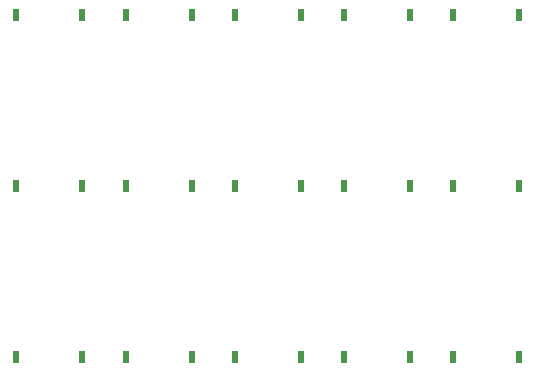
<source format=gbp>
G04*
G04 #@! TF.GenerationSoftware,Altium Limited,Altium Designer,21.5.1 (32)*
G04*
G04 Layer_Color=128*
%FSLAX25Y25*%
%MOIN*%
G70*
G04*
G04 #@! TF.SameCoordinates,71E6ED38-6368-4ADE-B46C-8FBAD5B099F3*
G04*
G04*
G04 #@! TF.FilePolarity,Positive*
G04*
G01*
G75*
%ADD12R,0.02362X0.03937*%
D12*
X38189Y19685D02*
D03*
X16142D02*
D03*
X74606D02*
D03*
X52559D02*
D03*
X111024D02*
D03*
X88976D02*
D03*
X147441D02*
D03*
X125394D02*
D03*
X183858D02*
D03*
X161811D02*
D03*
X38189Y76772D02*
D03*
X16142D02*
D03*
X74606D02*
D03*
X52559D02*
D03*
X111024D02*
D03*
X88976D02*
D03*
X147441D02*
D03*
X125394D02*
D03*
X183858D02*
D03*
X161811D02*
D03*
X38189Y133858D02*
D03*
X16142D02*
D03*
X74606D02*
D03*
X52559D02*
D03*
X111024D02*
D03*
X88976D02*
D03*
X147441D02*
D03*
X125394D02*
D03*
X183858D02*
D03*
X161811D02*
D03*
M02*

</source>
